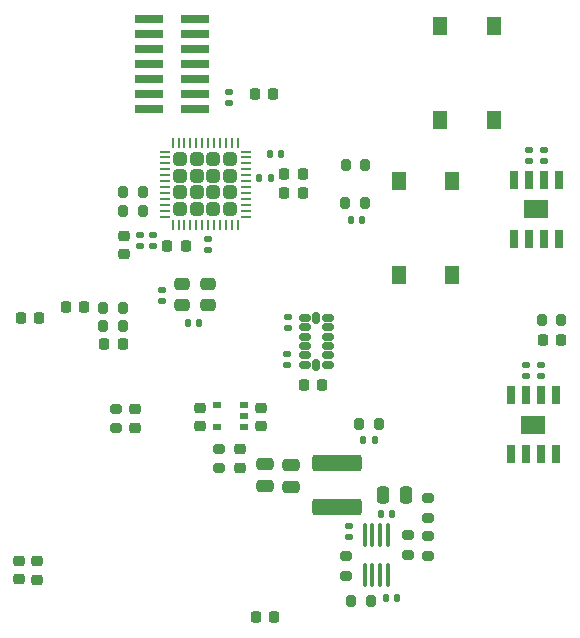
<source format=gbr>
%TF.GenerationSoftware,KiCad,Pcbnew,9.0.2*%
%TF.CreationDate,2025-10-13T17:24:41+02:00*%
%TF.ProjectId,Projet_Robot,50726f6a-6574-45f5-926f-626f742e6b69,rev?*%
%TF.SameCoordinates,Original*%
%TF.FileFunction,Paste,Top*%
%TF.FilePolarity,Positive*%
%FSLAX46Y46*%
G04 Gerber Fmt 4.6, Leading zero omitted, Abs format (unit mm)*
G04 Created by KiCad (PCBNEW 9.0.2) date 2025-10-13 17:24:41*
%MOMM*%
%LPD*%
G01*
G04 APERTURE LIST*
G04 Aperture macros list*
%AMRoundRect*
0 Rectangle with rounded corners*
0 $1 Rounding radius*
0 $2 $3 $4 $5 $6 $7 $8 $9 X,Y pos of 4 corners*
0 Add a 4 corners polygon primitive as box body*
4,1,4,$2,$3,$4,$5,$6,$7,$8,$9,$2,$3,0*
0 Add four circle primitives for the rounded corners*
1,1,$1+$1,$2,$3*
1,1,$1+$1,$4,$5*
1,1,$1+$1,$6,$7*
1,1,$1+$1,$8,$9*
0 Add four rect primitives between the rounded corners*
20,1,$1+$1,$2,$3,$4,$5,0*
20,1,$1+$1,$4,$5,$6,$7,0*
20,1,$1+$1,$6,$7,$8,$9,0*
20,1,$1+$1,$8,$9,$2,$3,0*%
G04 Aperture macros list end*
%ADD10R,2.400000X0.740000*%
%ADD11RoundRect,0.062500X0.375000X-0.062500X0.375000X0.062500X-0.375000X0.062500X-0.375000X-0.062500X0*%
%ADD12RoundRect,0.062500X0.062500X-0.375000X0.062500X0.375000X-0.062500X0.375000X-0.062500X-0.375000X0*%
%ADD13RoundRect,0.250000X0.315000X-0.315000X0.315000X0.315000X-0.315000X0.315000X-0.315000X-0.315000X0*%
%ADD14RoundRect,0.225000X0.225000X0.250000X-0.225000X0.250000X-0.225000X-0.250000X0.225000X-0.250000X0*%
%ADD15R,0.802000X1.505000*%
%ADD16R,2.101200X1.567800*%
%ADD17RoundRect,0.200000X-0.200000X-0.275000X0.200000X-0.275000X0.200000X0.275000X-0.200000X0.275000X0*%
%ADD18RoundRect,0.250000X-0.400000X-0.250000X0.400000X-0.250000X0.400000X0.250000X-0.400000X0.250000X0*%
%ADD19RoundRect,0.140000X0.170000X-0.140000X0.170000X0.140000X-0.170000X0.140000X-0.170000X-0.140000X0*%
%ADD20RoundRect,0.140000X-0.170000X0.140000X-0.170000X-0.140000X0.170000X-0.140000X0.170000X0.140000X0*%
%ADD21RoundRect,0.225000X-0.250000X0.225000X-0.250000X-0.225000X0.250000X-0.225000X0.250000X0.225000X0*%
%ADD22RoundRect,0.218750X0.256250X-0.218750X0.256250X0.218750X-0.256250X0.218750X-0.256250X-0.218750X0*%
%ADD23R,1.300000X1.550000*%
%ADD24RoundRect,0.200000X0.200000X0.275000X-0.200000X0.275000X-0.200000X-0.275000X0.200000X-0.275000X0*%
%ADD25RoundRect,0.100000X-0.100000X0.900000X-0.100000X-0.900000X0.100000X-0.900000X0.100000X0.900000X0*%
%ADD26RoundRect,0.140000X0.140000X0.170000X-0.140000X0.170000X-0.140000X-0.170000X0.140000X-0.170000X0*%
%ADD27RoundRect,0.249999X1.850001X-0.450001X1.850001X0.450001X-1.850001X0.450001X-1.850001X-0.450001X0*%
%ADD28RoundRect,0.200000X0.275000X-0.200000X0.275000X0.200000X-0.275000X0.200000X-0.275000X-0.200000X0*%
%ADD29RoundRect,0.218750X0.218750X0.256250X-0.218750X0.256250X-0.218750X-0.256250X0.218750X-0.256250X0*%
%ADD30RoundRect,0.225000X-0.225000X-0.250000X0.225000X-0.250000X0.225000X0.250000X-0.225000X0.250000X0*%
%ADD31RoundRect,0.150000X-0.325000X-0.150000X0.325000X-0.150000X0.325000X0.150000X-0.325000X0.150000X0*%
%ADD32RoundRect,0.150000X-0.150000X-0.325000X0.150000X-0.325000X0.150000X0.325000X-0.150000X0.325000X0*%
%ADD33RoundRect,0.225000X0.250000X-0.225000X0.250000X0.225000X-0.250000X0.225000X-0.250000X-0.225000X0*%
%ADD34RoundRect,0.140000X-0.140000X-0.170000X0.140000X-0.170000X0.140000X0.170000X-0.140000X0.170000X0*%
%ADD35RoundRect,0.250000X-0.250000X-0.475000X0.250000X-0.475000X0.250000X0.475000X-0.250000X0.475000X0*%
%ADD36RoundRect,0.218750X-0.218750X-0.256250X0.218750X-0.256250X0.218750X0.256250X-0.218750X0.256250X0*%
%ADD37R,0.700000X0.510000*%
%ADD38RoundRect,0.200000X-0.275000X0.200000X-0.275000X-0.200000X0.275000X-0.200000X0.275000X0.200000X0*%
%ADD39RoundRect,0.250000X-0.475000X0.250000X-0.475000X-0.250000X0.475000X-0.250000X0.475000X0.250000X0*%
G04 APERTURE END LIST*
D10*
%TO.C,J11*%
X149790000Y-75910000D03*
X145890000Y-75910000D03*
X149790000Y-74640000D03*
X145890000Y-74640000D03*
X149790000Y-73370000D03*
X145890000Y-73370000D03*
X149790000Y-72100000D03*
X145890000Y-72100000D03*
X149790000Y-70830000D03*
X145890000Y-70830000D03*
X149790000Y-69560000D03*
X145890000Y-69560000D03*
X149790000Y-68290000D03*
X145890000Y-68290000D03*
%TD*%
D11*
%TO.C,U1*%
X147222500Y-85010000D03*
X147222500Y-84510000D03*
X147222500Y-84010000D03*
X147222500Y-83510000D03*
X147222500Y-83010000D03*
X147222500Y-82510000D03*
X147222500Y-82010000D03*
X147222500Y-81510000D03*
X147222500Y-81010000D03*
X147222500Y-80510000D03*
X147222500Y-80010000D03*
X147222500Y-79510000D03*
D12*
X147910000Y-78822500D03*
X148410000Y-78822500D03*
X148910000Y-78822500D03*
X149410000Y-78822500D03*
X149910000Y-78822500D03*
X150410000Y-78822500D03*
X150910000Y-78822500D03*
X151410000Y-78822500D03*
X151910000Y-78822500D03*
X152410000Y-78822500D03*
X152910000Y-78822500D03*
X153410000Y-78822500D03*
D11*
X154097500Y-79510000D03*
X154097500Y-80010000D03*
X154097500Y-80510000D03*
X154097500Y-81010000D03*
X154097500Y-81510000D03*
X154097500Y-82010000D03*
X154097500Y-82510000D03*
X154097500Y-83010000D03*
X154097500Y-83510000D03*
X154097500Y-84010000D03*
X154097500Y-84510000D03*
X154097500Y-85010000D03*
D12*
X153410000Y-85697500D03*
X152910000Y-85697500D03*
X152410000Y-85697500D03*
X151910000Y-85697500D03*
X151410000Y-85697500D03*
X150910000Y-85697500D03*
X150410000Y-85697500D03*
X149910000Y-85697500D03*
X149410000Y-85697500D03*
X148910000Y-85697500D03*
X148410000Y-85697500D03*
X147910000Y-85697500D03*
D13*
X152760000Y-80160000D03*
X151360000Y-80160000D03*
X149960000Y-80160000D03*
X148560000Y-80160000D03*
X152760000Y-81560000D03*
X151360000Y-81560000D03*
X149960000Y-81560000D03*
X148560000Y-81560000D03*
X152760000Y-82960000D03*
X151360000Y-82960000D03*
X149960000Y-82960000D03*
X148560000Y-82960000D03*
X152760000Y-84360000D03*
X151360000Y-84360000D03*
X149960000Y-84360000D03*
X148560000Y-84360000D03*
%TD*%
D14*
%TO.C,C8*%
X158925000Y-82975000D03*
X157375000Y-82975000D03*
%TD*%
D15*
%TO.C,M1*%
X180357500Y-100122500D03*
X179087500Y-100122500D03*
X177817500Y-100122500D03*
X176547500Y-100122500D03*
X176547500Y-105117500D03*
X177817500Y-105117500D03*
X179087500Y-105117500D03*
X180357500Y-105117500D03*
D16*
X178452500Y-102620000D03*
%TD*%
D17*
%TO.C,R14*%
X142057500Y-94245000D03*
X143707500Y-94245000D03*
%TD*%
D18*
%TO.C,Y1*%
X148700000Y-92530000D03*
X150900000Y-92530000D03*
X150900000Y-90730000D03*
X148700000Y-90730000D03*
%TD*%
D19*
%TO.C,C23*%
X177810000Y-98500000D03*
X177810000Y-97540000D03*
%TD*%
%TO.C,C22*%
X179350000Y-80310000D03*
X179350000Y-79350000D03*
%TD*%
D20*
%TO.C,C24*%
X179110000Y-97540000D03*
X179110000Y-98500000D03*
%TD*%
D21*
%TO.C,C30*%
X134940000Y-114180000D03*
X134940000Y-115730000D03*
%TD*%
D22*
%TO.C,D3*%
X153600000Y-106287500D03*
X153600000Y-104712500D03*
%TD*%
D19*
%TO.C,C6*%
X145180000Y-87540000D03*
X145180000Y-86580000D03*
%TD*%
D23*
%TO.C,SW1*%
X170590000Y-76860000D03*
X175090000Y-76860000D03*
X170590000Y-68910000D03*
X175090000Y-68910000D03*
%TD*%
D24*
%TO.C,R13*%
X165345000Y-102600000D03*
X163695000Y-102600000D03*
%TD*%
D22*
%TO.C,D1*%
X144690000Y-102895000D03*
X144690000Y-101320000D03*
%TD*%
D23*
%TO.C,ch/sou1*%
X167100000Y-89925000D03*
X171600000Y-89925000D03*
X167100000Y-81975000D03*
X171600000Y-81975000D03*
%TD*%
D25*
%TO.C,IC2*%
X166120000Y-111980000D03*
X165480000Y-111980000D03*
X164820000Y-111980000D03*
X164180000Y-111980000D03*
X164180000Y-115400000D03*
X164820000Y-115400000D03*
X165480000Y-115400000D03*
X166120000Y-115400000D03*
%TD*%
D26*
%TO.C,C33*%
X157080000Y-79725000D03*
X156120000Y-79725000D03*
%TD*%
D27*
%TO.C,L2*%
X161830000Y-109580000D03*
X161830000Y-105880000D03*
%TD*%
D28*
%TO.C,R12*%
X169520000Y-110525000D03*
X169520000Y-108875000D03*
%TD*%
%TO.C,R9*%
X167820000Y-113625000D03*
X167820000Y-111975000D03*
%TD*%
D17*
%TO.C,R1*%
X143725000Y-84570000D03*
X145375000Y-84570000D03*
%TD*%
D29*
%TO.C,L1*%
X158935000Y-81440000D03*
X157360000Y-81440000D03*
%TD*%
D17*
%TO.C,R17*%
X162570000Y-80660000D03*
X164220000Y-80660000D03*
%TD*%
D30*
%TO.C,C26*%
X154885000Y-74620000D03*
X156435000Y-74620000D03*
%TD*%
D26*
%TO.C,C19*%
X165015000Y-103900000D03*
X164055000Y-103900000D03*
%TD*%
D20*
%TO.C,C11*%
X157600000Y-96620000D03*
X157600000Y-97580000D03*
%TD*%
D14*
%TO.C,C29*%
X140395000Y-92660000D03*
X138845000Y-92660000D03*
%TD*%
D21*
%TO.C,C13*%
X150200000Y-101225000D03*
X150200000Y-102775000D03*
%TD*%
D28*
%TO.C,R11*%
X169520000Y-113725000D03*
X169520000Y-112075000D03*
%TD*%
D31*
%TO.C,IC1*%
X159090000Y-93570000D03*
X159090000Y-94370000D03*
X159090000Y-95170000D03*
X159090000Y-95970000D03*
X159090000Y-96770000D03*
X159090000Y-97570000D03*
D32*
X160090000Y-97570000D03*
D31*
X161090000Y-97570000D03*
X161090000Y-96770000D03*
X161090000Y-95970000D03*
X161090000Y-95170000D03*
X161090000Y-94370000D03*
X161090000Y-93570000D03*
D32*
X160090000Y-93570000D03*
%TD*%
D19*
%TO.C,C21*%
X146220000Y-87540000D03*
X146220000Y-86580000D03*
%TD*%
D33*
%TO.C,C2*%
X143780000Y-88175000D03*
X143780000Y-86625000D03*
%TD*%
D15*
%TO.C,M2*%
X180607500Y-81902500D03*
X179337500Y-81902500D03*
X178067500Y-81902500D03*
X176797500Y-81902500D03*
X176797500Y-86897500D03*
X178067500Y-86897500D03*
X179337500Y-86897500D03*
X180607500Y-86897500D03*
D16*
X178702500Y-84400000D03*
%TD*%
D14*
%TO.C,C10*%
X160575000Y-99300000D03*
X159025000Y-99300000D03*
%TD*%
D20*
%TO.C,C25*%
X178100000Y-79370000D03*
X178100000Y-80330000D03*
%TD*%
D34*
%TO.C,C16*%
X165970000Y-117290000D03*
X166930000Y-117290000D03*
%TD*%
D35*
%TO.C,C14*%
X165750000Y-108600000D03*
X167650000Y-108600000D03*
%TD*%
D34*
%TO.C,C32*%
X162975000Y-85300000D03*
X163935000Y-85300000D03*
%TD*%
D17*
%TO.C,R4*%
X142050000Y-92720000D03*
X143700000Y-92720000D03*
%TD*%
D36*
%TO.C,D2*%
X147445000Y-87530000D03*
X149020000Y-87530000D03*
%TD*%
D28*
%TO.C,R10*%
X162620000Y-115425000D03*
X162620000Y-113775000D03*
%TD*%
D17*
%TO.C,R6*%
X179180000Y-93750000D03*
X180830000Y-93750000D03*
%TD*%
D37*
%TO.C,PS1*%
X153960000Y-102850000D03*
X153960000Y-101900000D03*
X153960000Y-100950000D03*
X151640000Y-100950000D03*
X151640000Y-102850000D03*
%TD*%
D19*
%TO.C,C7*%
X152675000Y-75405000D03*
X152675000Y-74445000D03*
%TD*%
D26*
%TO.C,C5*%
X156200000Y-81760000D03*
X155240000Y-81760000D03*
%TD*%
D17*
%TO.C,R2*%
X143715000Y-82970000D03*
X145365000Y-82970000D03*
%TD*%
D30*
%TO.C,C31*%
X154940000Y-118930000D03*
X156490000Y-118930000D03*
%TD*%
D17*
%TO.C,R20*%
X162525000Y-83875000D03*
X164175000Y-83875000D03*
%TD*%
D38*
%TO.C,R5*%
X151800000Y-104675000D03*
X151800000Y-106325000D03*
%TD*%
D39*
%TO.C,C20*%
X155720000Y-105950000D03*
X155720000Y-107850000D03*
%TD*%
D29*
%TO.C,D4*%
X180810000Y-95455000D03*
X179235000Y-95455000D03*
%TD*%
D33*
%TO.C,C12*%
X155400000Y-102775000D03*
X155400000Y-101225000D03*
%TD*%
D19*
%TO.C,C17*%
X162820000Y-112180000D03*
X162820000Y-111220000D03*
%TD*%
D30*
%TO.C,C27*%
X135075000Y-93580000D03*
X136625000Y-93580000D03*
%TD*%
D21*
%TO.C,C28*%
X136450000Y-114215000D03*
X136450000Y-115765000D03*
%TD*%
D39*
%TO.C,C18*%
X157920000Y-106050000D03*
X157920000Y-107950000D03*
%TD*%
D34*
%TO.C,C15*%
X165540000Y-110200000D03*
X166500000Y-110200000D03*
%TD*%
D26*
%TO.C,C4*%
X150180000Y-94000000D03*
X149220000Y-94000000D03*
%TD*%
D19*
%TO.C,C9*%
X157670000Y-94450000D03*
X157670000Y-93490000D03*
%TD*%
D17*
%TO.C,R7*%
X163025000Y-117590000D03*
X164675000Y-117590000D03*
%TD*%
D20*
%TO.C,C3*%
X147000000Y-91230000D03*
X147000000Y-92190000D03*
%TD*%
D29*
%TO.C,D5*%
X143670000Y-95780000D03*
X142095000Y-95780000D03*
%TD*%
D38*
%TO.C,R3*%
X143100000Y-101275000D03*
X143100000Y-102925000D03*
%TD*%
D20*
%TO.C,C1*%
X150940000Y-86920000D03*
X150940000Y-87880000D03*
%TD*%
M02*

</source>
